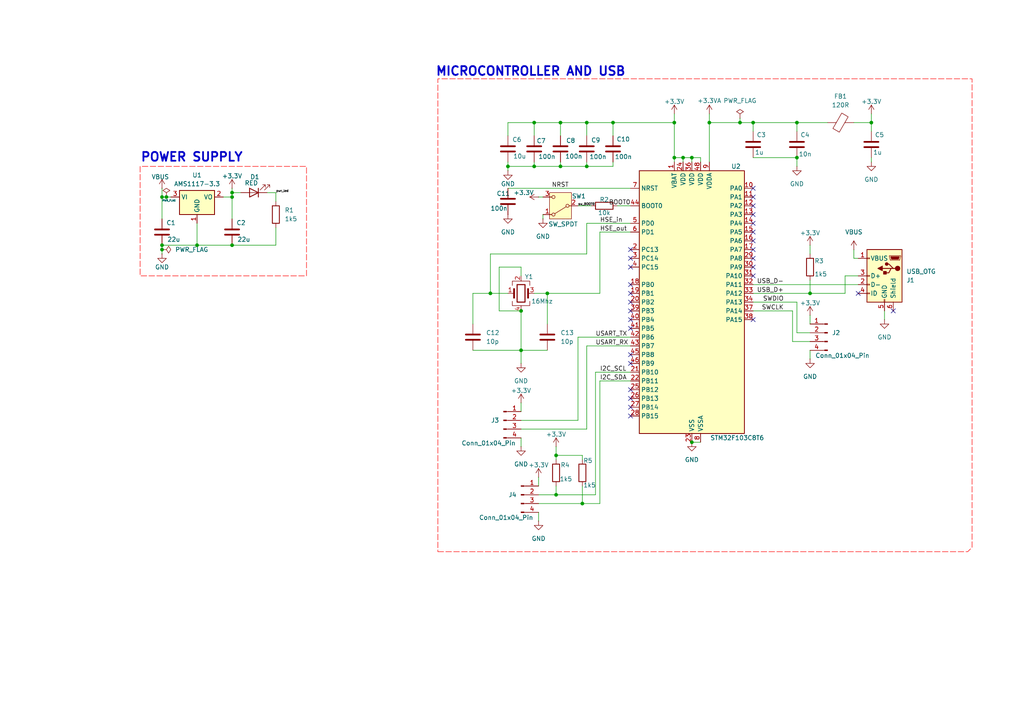
<source format=kicad_sch>
(kicad_sch (version 20250114) (generator "eeschema") (generator_version "9.0")
  (paper "A4")
  (title_block (title "My first stm pcb") (date "2025-08-09") (rev "0.1"))
  (lib_symbols
    (symbol "Connector:Conn_01x04_Pin" (pin_names (offset 1.016) (hide yes))
      (property "Reference" "J" (at 0 5.08 0))
      (property "Value" "Conn_01x04_Pin" (at 0 -7.62 0))
      (symbol "Conn_01x04_Pin_1_1"
        (rectangle (start 0.8636 2.667) (end 0 2.413) (stroke (width 0.1524)) (fill (type outline)))
        (rectangle (start 0.8636 0.127) (end 0 -0.127) (stroke (width 0.1524)) (fill (type outline)))
        (rectangle (start 0.8636 -2.413) (end 0 -2.667) (stroke (width 0.1524)) (fill (type outline)))
        (rectangle (start 0.8636 -4.953) (end 0 -5.207) (stroke (width 0.1524)) (fill (type outline)))
        (polyline (pts (xy 1.27 2.54) (xy 0.8636 2.54)) (stroke (width 0.1524)))
        (polyline (pts (xy 1.27 0) (xy 0.8636 0)) (stroke (width 0.1524)))
        (polyline (pts (xy 1.27 -2.54) (xy 0.8636 -2.54)) (stroke (width 0.1524)))
        (polyline (pts (xy 1.27 -5.08) (xy 0.8636 -5.08)) (stroke (width 0.1524)))
        (pin passive line (at 5.08 2.54 180) (length 3.81) (name "Pin_1") (number "1"))
        (pin passive line (at 5.08 0 180) (length 3.81) (name "Pin_2") (number "2"))
        (pin passive line (at 5.08 -2.54 180) (length 3.81) (name "Pin_3") (number "3"))
        (pin passive line (at 5.08 -5.08 180) (length 3.81) (name "Pin_4") (number "4"))
      )
    )
    (symbol "Connector:USB_OTG" (pin_names (offset 1.016))
      (property "Reference" "J" (at -5.08 11.43 0))
      (property "Value" "USB_OTG" (at -5.08 8.89 0))
      (symbol "USB_OTG_0_1"
        (rectangle (start -5.08 -7.62) (end 5.08 7.62) (stroke (width 0.254)) (fill (type background)))
        (polyline (pts (xy -4.699 5.842) (xy -4.699 5.588) (xy -4.445 4.826) (xy -4.445 4.572) (xy -1.651 4.572) (xy -1.651 4.826) (xy -1.397 5.588) (xy -1.397 5.842) (xy -4.699 5.842)))
        (polyline (pts (xy -4.318 5.588) (xy -1.778 5.588) (xy -2.032 4.826) (xy -4.064 4.826) (xy -4.318 5.588)) (fill (type outline)))
        (circle (center -3.81 2.159) (radius 0.635) (stroke (width 0.254)) (fill (type outline)))
        (polyline (pts (xy -3.175 2.159) (xy -2.54 2.159) (xy -1.27 3.429) (xy -0.635 3.429)) (stroke (width 0.254)))
        (polyline (pts (xy -2.54 2.159) (xy -1.905 2.159) (xy -1.27 0.889) (xy 0 0.889)) (stroke (width 0.254)))
        (polyline (pts (xy -1.905 2.159) (xy 0.635 2.159)) (stroke (width 0.254)))
        (circle (center -0.635 3.429) (radius 0.381) (stroke (width 0.254)) (fill (type outline)))
        (rectangle (start -0.127 -7.62) (end 0.127 -6.858))
        (rectangle (start 0.254 1.27) (end -0.508 0.508) (stroke (width 0.254)) (fill (type outline)))
        (polyline (pts (xy 0.635 2.794) (xy 0.635 1.524) (xy 1.905 2.159) (xy 0.635 2.794)) (stroke (width 0.254)) (fill (type outline)))
        (rectangle (start 5.08 4.953) (end 4.318 5.207))
        (rectangle (start 5.08 -0.127) (end 4.318 0.127))
        (rectangle (start 5.08 -2.667) (end 4.318 -2.413))
        (rectangle (start 5.08 -5.207) (end 4.318 -4.953))
      )
      (symbol "USB_OTG_1_1"
        (pin passive line (at -2.54 -10.16 90) (length 2.54) (name "Shield") (number "6"))
        (pin passive line (at 0 -10.16 90) (length 2.54) (name "GND") (number "5"))
        (pin passive line (at 7.62 5.08 180) (length 2.54) (name "VBUS") (number "1"))
        (pin bidirectional line (at 7.62 0 180) (length 2.54) (name "D+") (number "3"))
        (pin bidirectional line (at 7.62 -2.54 180) (length 2.54) (name "D-") (number "2"))
        (pin passive line (at 7.62 -5.08 180) (length 2.54) (name "ID") (number "4"))
      )
    )
    (symbol "Device:C" (pin_numbers (hide yes)) (pin_names (offset 0.254))
      (property "Reference" "C" (at 0.635 2.54 0))
      (property "Value" "C" (at 0.635 -2.54 0))
      (symbol "C_0_1"
        (polyline (pts (xy -2.032 0.762) (xy 2.032 0.762)) (stroke (width 0.508)))
        (polyline (pts (xy -2.032 -0.762) (xy 2.032 -0.762)) (stroke (width 0.508)))
      )
      (symbol "C_1_1"
        (pin passive line (at 0 3.81 270) (length 2.794) (name "~") (number "1"))
        (pin passive line (at 0 -3.81 90) (length 2.794) (name "~") (number "2"))
      )
    )
    (symbol "Device:Crystal_GND24" (pin_names (offset 1.016) (hide yes))
      (property "Reference" "Y" (at 3.175 5.08 0))
      (property "Value" "Crystal_GND24" (at 3.175 3.175 0))
      (symbol "Crystal_GND24_0_1"
        (polyline (pts (xy -2.54 2.286) (xy -2.54 3.556) (xy 2.54 3.556) (xy 2.54 2.286)))
        (polyline (pts (xy -2.54 0) (xy -2.032 0)))
        (polyline (pts (xy -2.54 -2.286) (xy -2.54 -3.556) (xy 2.54 -3.556) (xy 2.54 -2.286)))
        (polyline (pts (xy -2.032 -1.27) (xy -2.032 1.27)) (stroke (width 0.508)))
        (rectangle (start -1.143 2.54) (end 1.143 -2.54) (stroke (width 0.3048)))
        (polyline (pts (xy 0 3.556) (xy 0 3.81)))
        (polyline (pts (xy 0 -3.81) (xy 0 -3.556)))
        (polyline (pts (xy 2.032 0) (xy 2.54 0)))
        (polyline (pts (xy 2.032 -1.27) (xy 2.032 1.27)) (stroke (width 0.508)))
      )
      (symbol "Crystal_GND24_1_1"
        (pin passive line (at -3.81 0 0) (length 1.27) (name "1") (number "1"))
        (pin passive line (at 0 5.08 270) (length 1.27) (name "2") (number "2"))
        (pin passive line (at 0 -5.08 90) (length 1.27) (name "4") (number "4"))
        (pin passive line (at 3.81 0 180) (length 1.27) (name "3") (number "3"))
      )
    )
    (symbol "Device:FerriteBead" (pin_numbers (hide yes)) (pin_names (offset 0))
      (property "Reference" "FB" (at -3.81 0.635 90))
      (property "Value" "FerriteBead" (at 3.81 0 90))
      (symbol "FerriteBead_0_1"
        (polyline (pts (xy -2.7686 0.4064) (xy -1.7018 2.2606) (xy 2.7686 -0.3048) (xy 1.6764 -2.159) (xy -2.7686 0.4064)))
        (polyline (pts (xy 0 1.27) (xy 0 1.2954)))
        (polyline (pts (xy 0 -1.27) (xy 0 -1.2192)))
      )
      (symbol "FerriteBead_1_1"
        (pin passive line (at 0 3.81 270) (length 2.54) (name "~") (number "1"))
        (pin passive line (at 0 -3.81 90) (length 2.54) (name "~") (number "2"))
      )
    )
    (symbol "Device:LED" (pin_numbers (hide yes)) (pin_names (offset 1.016) (hide yes))
      (property "Reference" "D" (at 0 2.54 0))
      (property "Value" "LED" (at 0 -2.54 0))
      (symbol "LED_0_1"
        (polyline (pts (xy -3.048 -0.762) (xy -4.572 -2.286) (xy -3.81 -2.286) (xy -4.572 -2.286) (xy -4.572 -1.524)))
        (polyline (pts (xy -1.778 -0.762) (xy -3.302 -2.286) (xy -2.54 -2.286) (xy -3.302 -2.286) (xy -3.302 -1.524)))
        (polyline (pts (xy -1.27 0) (xy 1.27 0)))
        (polyline (pts (xy -1.27 -1.27) (xy -1.27 1.27)) (stroke (width 0.254)))
        (polyline (pts (xy 1.27 -1.27) (xy 1.27 1.27) (xy -1.27 0) (xy 1.27 -1.27)) (stroke (width 0.254)))
      )
      (symbol "LED_1_1"
        (pin passive line (at -3.81 0 0) (length 2.54) (name "K") (number "1"))
        (pin passive line (at 3.81 0 180) (length 2.54) (name "A") (number "2"))
      )
    )
    (symbol "Device:R" (pin_numbers (hide yes)) (pin_names (offset 0))
      (property "Reference" "R" (at 2.032 0 90))
      (property "Value" "R" (at 0 0 90))
      (symbol "R_0_1"
        (rectangle (start -1.016 -2.54) (end 1.016 2.54) (stroke (width 0.254)))
      )
      (symbol "R_1_1"
        (pin passive line (at 0 3.81 270) (length 1.27) (name "~") (number "1"))
        (pin passive line (at 0 -3.81 90) (length 1.27) (name "~") (number "2"))
      )
    )
    (symbol "MCU_ST_STM32F1:STM32F103C8Tx"
      (property "Reference" "U" (at -15.24 39.37 0))
      (property "Value" "STM32F103C8Tx" (at 7.62 39.37 0))
      (symbol "STM32F103C8Tx_0_1"
        (rectangle (start -15.24 -38.1) (end 15.24 38.1) (stroke (width 0.254)) (fill (type background)))
      )
      (symbol "STM32F103C8Tx_1_1"
        (pin input line (at -17.78 33.02 0) (length 2.54) (name "NRST") (number "7"))
        (pin input line (at -17.78 27.94 0) (length 2.54) (name "BOOT0") (number "44"))
        (pin bidirectional line (at -17.78 22.86 0) (length 2.54) (name "PD0") (number "5"))
        (pin bidirectional line (at -17.78 20.32 0) (length 2.54) (name "PD1") (number "6"))
        (pin bidirectional line (at -17.78 15.24 0) (length 2.54) (name "PC13") (number "2"))
        (pin bidirectional line (at -17.78 12.7 0) (length 2.54) (name "PC14") (number "3"))
        (pin bidirectional line (at -17.78 10.16 0) (length 2.54) (name "PC15") (number "4"))
        (pin bidirectional line (at -17.78 5.08 0) (length 2.54) (name "PB0") (number "18"))
        (pin bidirectional line (at -17.78 2.54 0) (length 2.54) (name "PB1") (number "19"))
        (pin bidirectional line (at -17.78 0 0) (length 2.54) (name "PB2") (number "20"))
        (pin bidirectional line (at -17.78 -2.54 0) (length 2.54) (name "PB3") (number "39"))
        (pin bidirectional line (at -17.78 -5.08 0) (length 2.54) (name "PB4") (number "40"))
        (pin bidirectional line (at -17.78 -7.62 0) (length 2.54) (name "PB5") (number "41"))
        (pin bidirectional line (at -17.78 -10.16 0) (length 2.54) (name "PB6") (number "42"))
        (pin bidirectional line (at -17.78 -12.7 0) (length 2.54) (name "PB7") (number "43"))
        (pin bidirectional line (at -17.78 -15.24 0) (length 2.54) (name "PB8") (number "45"))
        (pin bidirectional line (at -17.78 -17.78 0) (length 2.54) (name "PB9") (number "46"))
        (pin bidirectional line (at -17.78 -20.32 0) (length 2.54) (name "PB10") (number "21"))
        (pin bidirectional line (at -17.78 -22.86 0) (length 2.54) (name "PB11") (number "22"))
        (pin bidirectional line (at -17.78 -25.4 0) (length 2.54) (name "PB12") (number "25"))
        (pin bidirectional line (at -17.78 -27.94 0) (length 2.54) (name "PB13") (number "26"))
        (pin bidirectional line (at -17.78 -30.48 0) (length 2.54) (name "PB14") (number "27"))
        (pin bidirectional line (at -17.78 -33.02 0) (length 2.54) (name "PB15") (number "28"))
        (pin power_in line (at -5.08 40.64 270) (length 2.54) (name "VBAT") (number "1"))
        (pin power_in line (at -2.54 40.64 270) (length 2.54) (name "VDD") (number "24"))
        (pin power_in line (at 0 40.64 270) (length 2.54) (name "VDD") (number "36"))
        (pin power_in line (at 0 -40.64 90) (length 2.54) (name "VSS") (number "23"))
        (pin passive line (at 0 -40.64 90) (length 2.54) (hide yes) (name "VSS") (number "35"))
        (pin passive line (at 0 -40.64 90) (length 2.54) (hide yes) (name "VSS") (number "47"))
        (pin power_in line (at 2.54 40.64 270) (length 2.54) (name "VDD") (number "48"))
        (pin power_in line (at 2.54 -40.64 90) (length 2.54) (name "VSSA") (number "8"))
        (pin power_in line (at 5.08 40.64 270) (length 2.54) (name "VDDA") (number "9"))
        (pin bidirectional line (at 17.78 33.02 180) (length 2.54) (name "PA0") (number "10"))
        (pin bidirectional line (at 17.78 30.48 180) (length 2.54) (name "PA1") (number "11"))
        (pin bidirectional line (at 17.78 27.94 180) (length 2.54) (name "PA2") (number "12"))
        (pin bidirectional line (at 17.78 25.4 180) (length 2.54) (name "PA3") (number "13"))
        (pin bidirectional line (at 17.78 22.86 180) (length 2.54) (name "PA4") (number "14"))
        (pin bidirectional line (at 17.78 20.32 180) (length 2.54) (name "PA5") (number "15"))
        (pin bidirectional line (at 17.78 17.78 180) (length 2.54) (name "PA6") (number "16"))
        (pin bidirectional line (at 17.78 15.24 180) (length 2.54) (name "PA7") (number "17"))
        (pin bidirectional line (at 17.78 12.7 180) (length 2.54) (name "PA8") (number "29"))
        (pin bidirectional line (at 17.78 10.16 180) (length 2.54) (name "PA9") (number "30"))
        (pin bidirectional line (at 17.78 7.62 180) (length 2.54) (name "PA10") (number "31"))
        (pin bidirectional line (at 17.78 5.08 180) (length 2.54) (name "PA11") (number "32"))
        (pin bidirectional line (at 17.78 2.54 180) (length 2.54) (name "PA12") (number "33"))
        (pin bidirectional line (at 17.78 0 180) (length 2.54) (name "PA13") (number "34"))
        (pin bidirectional line (at 17.78 -2.54 180) (length 2.54) (name "PA14") (number "37"))
        (pin bidirectional line (at 17.78 -5.08 180) (length 2.54) (name "PA15") (number "38"))
      )
    )
    (symbol "Regulator_Linear:AMS1117-3.3"
      (property "Reference" "U" (at -3.81 3.175 0))
      (property "Value" "AMS1117-3.3" (at 0 3.175 0))
      (symbol "AMS1117-3.3_0_1"
        (rectangle (start -5.08 -5.08) (end 5.08 1.905) (stroke (width 0.254)) (fill (type background)))
      )
      (symbol "AMS1117-3.3_1_1"
        (pin power_in line (at -7.62 0 0) (length 2.54) (name "VI") (number "3"))
        (pin power_in line (at 0 -7.62 90) (length 2.54) (name "GND") (number "1"))
        (pin power_out line (at 7.62 0 180) (length 2.54) (name "VO") (number "2"))
      )
    )
    (symbol "Switch:SW_SPDT" (pin_names (offset 0) (hide yes))
      (property "Reference" "SW" (at 0 5.08 0))
      (property "Value" "SW_SPDT" (at 0 -5.08 0))
      (symbol "SW_SPDT_0_1"
        (circle (center -2.032 0) (radius 0.4572))
        (polyline (pts (xy -1.651 0.254) (xy 1.651 2.286)))
        (circle (center 2.032 2.54) (radius 0.4572))
        (circle (center 2.032 -2.54) (radius 0.4572))
      )
      (symbol "SW_SPDT_1_1"
        (rectangle (start -3.175 3.81) (end 3.175 -3.81) (fill (type background)))
        (pin passive line (at -5.08 0 0) (length 2.54) (name "B") (number "2"))
        (pin passive line (at 5.08 2.54 180) (length 2.54) (name "A") (number "1"))
        (pin passive line (at 5.08 -2.54 180) (length 2.54) (name "C") (number "3"))
      )
    )
    (symbol "power:+3.3V" (power) (pin_numbers (hide yes)) (pin_names (offset 0) (hide yes))
      (property "Value" "+3.3V" (at 0 3.556 0))
      (symbol "+3.3V_0_1"
        (polyline (pts (xy -0.762 1.27) (xy 0 2.54)))
        (polyline (pts (xy 0 2.54) (xy 0.762 1.27)))
        (polyline (pts (xy 0 0) (xy 0 2.54)))
      )
      (symbol "+3.3V_1_1"
        (pin power_in line (at 0 0 90) (length 0) (name "~") (number "1"))
      )
    )
    (symbol "power:+3.3VA" (power) (pin_numbers (hide yes)) (pin_names (offset 0) (hide yes))
      (property "Value" "+3.3VA" (at 0 3.556 0))
      (symbol "+3.3VA_0_1"
        (polyline (pts (xy -0.762 1.27) (xy 0 2.54)))
        (polyline (pts (xy 0 2.54) (xy 0.762 1.27)))
        (polyline (pts (xy 0 0) (xy 0 2.54)))
      )
      (symbol "+3.3VA_1_1"
        (pin power_in line (at 0 0 90) (length 0) (name "~") (number "1"))
      )
    )
    (symbol "power:GND" (power) (pin_numbers (hide yes)) (pin_names (offset 0) (hide yes))
      (property "Value" "GND" (at 0 -3.81 0))
      (symbol "GND_0_1"
        (polyline (pts (xy 0 0) (xy 0 -1.27) (xy 1.27 -1.27) (xy 0 -2.54) (xy -1.27 -1.27) (xy 0 -1.27)))
      )
      (symbol "GND_1_1"
        (pin power_in line (at 0 0 270) (length 0) (name "~") (number "1"))
      )
    )
    (symbol "power:PWR_FLAG" (power) (pin_numbers (hide yes)) (pin_names (offset 0) (hide yes))
      (property "Value" "PWR_FLAG" (at 0 3.81 0))
      (symbol "PWR_FLAG_0_0"
        (pin power_out line (at 0 0 90) (length 0) (name "~") (number "1"))
      )
      (symbol "PWR_FLAG_0_1"
        (polyline (pts (xy 0 0) (xy 0 1.27) (xy -1.016 1.905) (xy 0 2.54) (xy 1.016 1.905) (xy 0 1.27)))
      )
    )
    (symbol "power:VBUS" (power) (pin_numbers (hide yes)) (pin_names (offset 0) (hide yes))
      (property "Value" "VBUS" (at 0 3.556 0))
      (symbol "VBUS_0_1"
        (polyline (pts (xy -0.762 1.27) (xy 0 2.54)))
        (polyline (pts (xy 0 2.54) (xy 0.762 1.27)))
        (polyline (pts (xy 0 0) (xy 0 2.54)))
      )
      (symbol "VBUS_1_1"
        (pin power_in line (at 0 0 90) (length 0) (name "~") (number "1"))
      )
    )
  )
  (text "POWER SUPPLY" (at 55.626 45.72 0) (effects (font (size 2.54 2.54) (thickness 0.508) (bold yes))))
  (text "MICROCONTROLLER AND USB" (at 153.924 20.828 0) (effects (font (size 2.54 2.54) (thickness 0.508) (bold yes))))
  (junction (at 195.58 35.56))
  (junction (at 198.12 45.72))
  (junction (at 46.99 72.39))
  (junction (at 168.91 146.05))
  (junction (at 218.44 35.56))
  (junction (at 161.29 143.51))
  (junction (at 46.99 71.12))
  (junction (at 57.15 71.12))
  (junction (at 231.14 35.56))
  (junction (at 67.31 57.15))
  (junction (at 200.66 45.72))
  (junction (at 170.18 35.56))
  (junction (at 158.75 85.09))
  (junction (at 154.94 48.26))
  (junction (at 252.73 35.56))
  (junction (at 147.32 48.26))
  (junction (at 162.56 48.26))
  (junction (at 151.13 90.17))
  (junction (at 162.56 35.56))
  (junction (at 177.8 35.56))
  (junction (at 231.14 45.72))
  (junction (at 161.29 132.08))
  (junction (at 234.95 85.09))
  (junction (at 205.74 35.56))
  (junction (at 154.94 35.56))
  (junction (at 214.63 35.56))
  (junction (at 48.26 57.15))
  (junction (at 170.18 48.26))
  (junction (at 142.24 85.09))
  (junction (at 195.58 45.72))
  (junction (at 46.99 57.15))
  (junction (at 67.31 71.12))
  (junction (at 67.31 55.88))
  (junction (at 151.13 101.6))
  (junction (at 200.66 128.27))
  (no_connect (at 182.88 92.71))
  (no_connect (at 182.88 74.93))
  (no_connect (at 182.88 118.11))
  (no_connect (at 182.88 95.25))
  (no_connect (at 218.44 92.71))
  (no_connect (at 248.92 85.09))
  (no_connect (at 218.44 69.85))
  (no_connect (at 182.88 105.41))
  (no_connect (at 182.88 72.39))
  (no_connect (at 218.44 62.23))
  (no_connect (at 218.44 64.77))
  (no_connect (at 218.44 80.01))
  (no_connect (at 182.88 113.03))
  (no_connect (at 259.08 90.17))
  (no_connect (at 218.44 77.47))
  (no_connect (at 218.44 54.61))
  (no_connect (at 218.44 67.31))
  (no_connect (at 218.44 74.93))
  (no_connect (at 182.88 120.65))
  (no_connect (at 218.44 57.15))
  (no_connect (at 182.88 102.87))
  (no_connect (at 182.88 87.63))
  (no_connect (at 182.88 82.55))
  (no_connect (at 182.88 77.47))
  (no_connect (at 182.88 85.09))
  (no_connect (at 218.44 59.69))
  (no_connect (at 182.88 115.57))
  (no_connect (at 218.44 72.39))
  (no_connect (at 182.88 90.17))
  (wire (pts (xy 67.31 55.88) (xy 67.31 57.15)))
  (wire (pts (xy 151.13 80.01) (xy 151.13 77.47)))
  (wire (pts (xy 80.01 55.88) (xy 77.47 55.88)))
  (wire (pts (xy 144.78 90.17) (xy 151.13 90.17)))
  (wire (pts (xy 173.99 110.49) (xy 182.88 110.49)))
  (wire (pts (xy 170.18 124.46) (xy 151.13 124.46)))
  (wire (pts (xy 234.95 91.44) (xy 234.95 93.98)))
  (wire (pts (xy 173.99 85.09) (xy 173.99 67.31)))
  (wire (pts (xy 234.95 71.12) (xy 234.95 73.66)))
  (wire (pts (xy 147.32 46.99) (xy 147.32 48.26)))
  (wire (pts (xy 247.65 74.93) (xy 247.65 72.39)))
  (wire (pts (xy 245.11 80.01) (xy 248.92 80.01)))
  (wire (pts (xy 156.21 138.43) (xy 156.21 140.97)))
  (wire (pts (xy 252.73 45.72) (xy 252.73 46.99)))
  (wire (pts (xy 231.14 48.26) (xy 231.14 45.72)))
  (wire (pts (xy 231.14 35.56) (xy 231.14 38.1)))
  (wire (pts (xy 231.14 35.56) (xy 240.03 35.56)))
  (wire (pts (xy 170.18 35.56) (xy 177.8 35.56)))
  (wire (pts (xy 247.65 35.56) (xy 252.73 35.56)))
  (wire (pts (xy 162.56 35.56) (xy 170.18 35.56)))
  (wire (pts (xy 167.64 121.92) (xy 167.64 97.79)))
  (wire (pts (xy 168.91 132.08) (xy 168.91 133.35)))
  (wire (pts (xy 67.31 63.5) (xy 67.31 57.15)))
  (wire (pts (xy 231.14 96.52) (xy 234.95 96.52)))
  (wire (pts (xy 234.95 85.09) (xy 245.11 85.09)))
  (wire (pts (xy 245.11 85.09) (xy 245.11 80.01)))
  (wire (pts (xy 177.8 48.26) (xy 177.8 46.99)))
  (wire (pts (xy 234.95 81.28) (xy 234.95 85.09)))
  (wire (pts (xy 214.63 34.29) (xy 214.63 35.56)))
  (wire (pts (xy 231.14 87.63) (xy 231.14 96.52)))
  (wire (pts (xy 57.15 71.12) (xy 67.31 71.12)))
  (wire (pts (xy 173.99 67.31) (xy 182.88 67.31)))
  (wire (pts (xy 147.32 39.37) (xy 147.32 35.56)))
  (wire (pts (xy 147.32 35.56) (xy 154.94 35.56)))
  (wire (pts (xy 158.75 85.09) (xy 158.75 93.98)))
  (wire (pts (xy 203.2 45.72) (xy 203.2 46.99)))
  (wire (pts (xy 198.12 45.72) (xy 198.12 46.99)))
  (wire (pts (xy 142.24 73.66) (xy 142.24 85.09)))
  (wire (pts (xy 200.66 128.27) (xy 203.2 128.27)))
  (wire (pts (xy 80.01 71.12) (xy 67.31 71.12)))
  (wire (pts (xy 48.26 57.15) (xy 46.99 57.15)))
  (wire (pts (xy 162.56 48.26) (xy 170.18 48.26)))
  (wire (pts (xy 200.66 45.72) (xy 200.66 46.99)))
  (wire (pts (xy 198.12 45.72) (xy 200.66 45.72)))
  (wire (pts (xy 256.54 90.17) (xy 256.54 92.71)))
  (wire (pts (xy 162.56 46.99) (xy 162.56 48.26)))
  (wire (pts (xy 46.99 71.12) (xy 57.15 71.12)))
  (wire (pts (xy 161.29 132.08) (xy 168.91 132.08)))
  (wire (pts (xy 172.72 107.95) (xy 182.88 107.95)))
  (wire (pts (xy 67.31 57.15) (xy 64.77 57.15)))
  (wire (pts (xy 200.66 45.72) (xy 203.2 45.72)))
  (wire (pts (xy 218.44 87.63) (xy 231.14 87.63)))
  (wire (pts (xy 154.94 48.26) (xy 162.56 48.26)))
  (wire (pts (xy 154.94 35.56) (xy 154.94 39.37)))
  (wire (pts (xy 142.24 85.09) (xy 147.32 85.09)))
  (wire (pts (xy 229.87 90.17) (xy 229.87 99.06)))
  (wire (pts (xy 49.53 57.15) (xy 48.26 57.15)))
  (wire (pts (xy 179.07 59.69) (xy 182.88 59.69)))
  (wire (pts (xy 151.13 77.47) (xy 144.78 77.47)))
  (wire (pts (xy 195.58 45.72) (xy 195.58 46.99)))
  (wire (pts (xy 67.31 54.61) (xy 67.31 55.88)))
  (wire (pts (xy 156.21 143.51) (xy 161.29 143.51)))
  (wire (pts (xy 157.48 62.23) (xy 157.48 63.5)))
  (wire (pts (xy 218.44 45.72) (xy 231.14 45.72)))
  (wire (pts (xy 46.99 54.61) (xy 46.99 57.15)))
  (wire (pts (xy 167.64 59.69) (xy 171.45 59.69)))
  (wire (pts (xy 170.18 73.66) (xy 142.24 73.66)))
  (wire (pts (xy 147.32 54.61) (xy 182.88 54.61)))
  (wire (pts (xy 229.87 99.06) (xy 234.95 99.06)))
  (wire (pts (xy 161.29 140.97) (xy 161.29 143.51)))
  (wire (pts (xy 234.95 101.6) (xy 234.95 104.14)))
  (wire (pts (xy 167.64 97.79) (xy 182.88 97.79)))
  (wire (pts (xy 170.18 35.56) (xy 170.18 39.37)))
  (wire (pts (xy 205.74 46.99) (xy 205.74 35.56)))
  (wire (pts (xy 177.8 35.56) (xy 195.58 35.56)))
  (wire (pts (xy 154.94 35.56) (xy 162.56 35.56)))
  (wire (pts (xy 80.01 66.04) (xy 80.01 71.12)))
  (wire (pts (xy 214.63 35.56) (xy 218.44 35.56)))
  (wire (pts (xy 205.74 33.02) (xy 205.74 35.56)))
  (wire (pts (xy 154.94 85.09) (xy 158.75 85.09)))
  (wire (pts (xy 156.21 57.15) (xy 157.48 57.15)))
  (wire (pts (xy 57.15 64.77) (xy 57.15 71.12)))
  (wire (pts (xy 151.13 121.92) (xy 167.64 121.92)))
  (wire (pts (xy 173.99 146.05) (xy 173.99 110.49)))
  (wire (pts (xy 46.99 71.12) (xy 46.99 72.39)))
  (wire (pts (xy 195.58 35.56) (xy 195.58 45.72)))
  (wire (pts (xy 170.18 100.33) (xy 182.88 100.33)))
  (wire (pts (xy 170.18 64.77) (xy 170.18 73.66)))
  (wire (pts (xy 218.44 85.09) (xy 234.95 85.09)))
  (wire (pts (xy 67.31 55.88) (xy 69.85 55.88)))
  (wire (pts (xy 137.16 93.98) (xy 137.16 85.09)))
  (wire (pts (xy 162.56 35.56) (xy 162.56 39.37)))
  (wire (pts (xy 46.99 72.39) (xy 46.99 73.66)))
  (wire (pts (xy 147.32 48.26) (xy 154.94 48.26)))
  (wire (pts (xy 46.99 57.15) (xy 46.99 63.5)))
  (wire (pts (xy 177.8 35.56) (xy 177.8 39.37)))
  (wire (pts (xy 137.16 101.6) (xy 151.13 101.6)))
  (wire (pts (xy 218.44 82.55) (xy 248.92 82.55)))
  (wire (pts (xy 218.44 90.17) (xy 229.87 90.17)))
  (wire (pts (xy 154.94 46.99) (xy 154.94 48.26)))
  (wire (pts (xy 168.91 140.97) (xy 168.91 146.05)))
  (wire (pts (xy 168.91 146.05) (xy 173.99 146.05)))
  (wire (pts (xy 80.01 58.42) (xy 80.01 55.88)))
  (wire (pts (xy 147.32 48.26) (xy 147.32 49.53)))
  (wire (pts (xy 151.13 101.6) (xy 151.13 90.17)))
  (wire (pts (xy 170.18 48.26) (xy 177.8 48.26)))
  (wire (pts (xy 195.58 45.72) (xy 198.12 45.72)))
  (wire (pts (xy 151.13 101.6) (xy 158.75 101.6)))
  (wire (pts (xy 156.21 148.59) (xy 156.21 151.13)))
  (wire (pts (xy 161.29 133.35) (xy 161.29 132.08)))
  (wire (pts (xy 161.29 129.54) (xy 161.29 132.08)))
  (wire (pts (xy 170.18 64.77) (xy 182.88 64.77)))
  (wire (pts (xy 252.73 33.02) (xy 252.73 35.56)))
  (wire (pts (xy 231.14 35.56) (xy 218.44 35.56)))
  (wire (pts (xy 218.44 38.1) (xy 218.44 35.56)))
  (wire (pts (xy 205.74 35.56) (xy 214.63 35.56)))
  (wire (pts (xy 248.92 74.93) (xy 247.65 74.93)))
  (wire (pts (xy 170.18 100.33) (xy 170.18 124.46)))
  (wire (pts (xy 151.13 101.6) (xy 151.13 105.41)))
  (wire (pts (xy 156.21 146.05) (xy 168.91 146.05)))
  (wire (pts (xy 161.29 143.51) (xy 172.72 143.51)))
  (wire (pts (xy 172.72 143.51) (xy 172.72 107.95)))
  (wire (pts (xy 195.58 33.02) (xy 195.58 35.56)))
  (wire (pts (xy 158.75 85.09) (xy 173.99 85.09)))
  (wire (pts (xy 170.18 46.99) (xy 170.18 48.26)))
  (wire (pts (xy 137.16 85.09) (xy 142.24 85.09)))
  (wire (pts (xy 252.73 38.1) (xy 252.73 35.56)))
  (wire (pts (xy 151.13 116.84) (xy 151.13 119.38)))
  (wire (pts (xy 151.13 127) (xy 151.13 129.54)))
  (wire (pts (xy 144.78 77.47) (xy 144.78 90.17)))
  (label "USART_RX" (at 172.72 100.33 0))
  (label "NRST" (at 160.02 54.61 0))
  (label "I2C_SCL" (at 173.99 107.95 0))
  (label "USB_D-" (at 227.33 82.55 180))
  (label "HSE_out" (at 173.99 67.31 0))
  (label "HSE_in" (at 173.99 64.77 0))
  (label "BOOT0" (at 182.88 59.69 180))
  (label "I2C_SDA" (at 173.99 110.49 0))
  (label "USART_TX" (at 172.72 97.79 0))
  (label "SWCLK" (at 227.33 90.17 180))
  (label "SWDIO" (at 227.33 87.63 180))
  (label "sw_BOOT0" (at 167.64 59.69 0) (effects (font (size 0.635 0.635))))
  (label "pwr_led" (at 80.01 55.88 0) (effects (font (size 0.635 0.635))))
  (label "USB_D+" (at 227.33 85.09 180))
  (rule_area (polyline (pts (xy 127 160.02) (xy 280.67 160.02) (xy 281.94 158.75) (xy 281.94 22.86) (xy 127 22.86)) (stroke (width 0) (type dash))))
  (rule_area (polyline (pts (xy 40.64 48.26) (xy 40.64 80.01) (xy 88.9 80.01) (xy 88.9 48.26)) (stroke (width 0) (type dash))))
  (symbol (lib_id "Connector:Conn_01x04_Pin") (at 146.05 121.92 0) (unit 1)
    (property "Reference" "J3" (at 144.78 121.9199 0) (effects (justify right)))
    (property "Value" "Conn_01x04_Pin" (at 149.606 128.524 0) (effects (justify right)))
    (property "Footprint" "Connector_PinHeader_1.00mm:PinHeader_1x04_P1.00mm_Vertical" (effects (hide yes)))
    (property "Description" "Generic connector, single row, 01x04, script generated" (effects (hide yes)))
  )
  (symbol (lib_id "power:VBUS") (at 46.99 54.61 0) (unit 1)
    (property "Reference" "#PWR01" (effects (hide yes)))
    (property "Value" "VBUS" (at 46.482 51.308 0))
    (property "Description" "Power symbol creates a global label with name \"VBUS\"" (effects (hide yes)))
  )
  (symbol (lib_id "Device:C") (at 231.14 41.91 0) (unit 1)
    (property "Reference" "C4" (at 232.156 39.116 0) (effects (justify left)))
    (property "Value" "10n" (at 231.648 44.704 0) (effects (justify left)))
    (property "Footprint" "Capacitor_SMD:C_0402_1005Metric" (effects (hide yes)))
    (property "Description" "Unpolarized capacitor" (effects (hide yes)))
  )
  (symbol (lib_id "power:GND") (at 256.54 92.71 0) (unit 1)
    (property "Reference" "#PWR016" (effects (hide yes)))
    (property "Value" "GND" (at 256.54 97.79 0))
    (property "Description" "Power symbol creates a global label with name \"GND\" , ground" (effects (hide yes)))
  )
  (symbol (lib_id "Device:C") (at 158.75 97.79 0) (unit 1)
    (property "Reference" "C13" (at 162.56 96.5199 0) (effects (justify left)))
    (property "Value" "10p" (at 162.56 99.0599 0) (effects (justify left)))
    (property "Footprint" "Capacitor_SMD:C_0402_1005Metric" (effects (hide yes)))
    (property "Description" "Unpolarized capacitor" (effects (hide yes)))
  )
  (symbol (lib_id "power:GND") (at 234.95 104.14 0) (unit 1)
    (property "Reference" "#PWR017" (effects (hide yes)))
    (property "Value" "GND" (at 234.95 109.22 0))
    (property "Description" "Power symbol creates a global label with name \"GND\" , ground" (effects (hide yes)))
  )
  (symbol (lib_id "power:VBUS") (at 247.65 72.39 0) (unit 1)
    (property "Reference" "#PWR014" (effects (hide yes)))
    (property "Value" "VBUS" (at 247.65 67.31 0))
    (property "Description" "Power symbol creates a global label with name \"VBUS\"" (effects (hide yes)))
  )
  (symbol (lib_id "power:+3.3V") (at 234.95 71.12 0) (unit 1)
    (property "Reference" "#PWR013" (effects (hide yes)))
    (property "Value" "+3.3V" (at 234.95 67.564 0))
    (property "Description" "Power symbol creates a global label with name \"+3.3V\"" (effects (hide yes)))
  )
  (symbol (lib_id "Device:LED") (at 73.66 55.88 180) (unit 1)
    (property "Reference" "D1" (at 73.914 51.308 0))
    (property "Value" "RED" (at 72.898 53.086 0))
    (property "Footprint" "LED_SMD:LED_0603_1608Metric" (effects (hide yes)))
    (property "Description" "Light emitting diode" (effects (hide yes)))
    (property "Sim.Pins" "1=K 2=A" (effects (hide yes)))
  )
  (symbol (lib_id "power:GND") (at 200.66 128.27 0) (unit 1)
    (property "Reference" "#PWR020" (effects (hide yes)))
    (property "Value" "GND" (at 200.66 133.35 0))
    (property "Description" "Power symbol creates a global label with name \"GND\" , ground" (effects (hide yes)))
  )
  (symbol (lib_id "power:GND") (at 147.32 49.53 0) (unit 1)
    (property "Reference" "#PWR09" (effects (hide yes)))
    (property "Value" "GND" (at 147.32 53.34 0))
    (property "Description" "Power symbol creates a global label with name \"GND\" , ground" (effects (hide yes)))
  )
  (symbol (lib_id "Device:C") (at 218.44 41.91 0) (unit 1)
    (property "Reference" "C3" (at 219.456 39.116 0) (effects (justify left)))
    (property "Value" "1u" (at 218.948 44.196 0) (effects (justify left)))
    (property "Footprint" "Capacitor_SMD:C_0402_1005Metric" (effects (hide yes)))
    (property "Description" "Unpolarized capacitor" (effects (hide yes)))
  )
  (symbol (lib_id "power:PWR_FLAG") (at 214.63 34.29 0) (unit 1)
    (property "Reference" "#FLG01" (effects (hide yes)))
    (property "Value" "PWR_FLAG" (at 214.63 29.21 0))
    (property "Description" "Special symbol for telling ERC where power comes from" (effects (hide yes)))
  )
  (symbol (lib_id "Device:C") (at 147.32 43.18 0) (unit 1)
    (property "Reference" "C6" (at 148.5791 40.4946 0) (effects (justify left)))
    (property "Value" "10u" (at 148.8331 45.3206 0) (effects (justify left)))
    (property "Footprint" "Capacitor_SMD:C_0603_1608Metric" (effects (hide yes)))
    (property "Description" "Unpolarized capacitor" (effects (hide yes)))
  )
  (symbol (lib_id "Device:R") (at 175.26 59.69 90) (unit 1)
    (property "Reference" "R2" (at 175.26 57.912 90))
    (property "Value" "10k" (at 175.26 61.722 90))
    (property "Footprint" "Resistor_SMD:R_0402_1005Metric" (effects (hide yes)))
    (property "Description" "Resistor" (effects (hide yes)))
  )
  (symbol (lib_id "Device:C") (at 46.99 67.31 0) (unit 1)
    (property "Reference" "C1" (at 48.2491 64.6246 0) (effects (justify left)))
    (property "Value" "22u" (at 48.5031 69.4506 0) (effects (justify left)))
    (property "Footprint" "Capacitor_SMD:C_0805_2012Metric" (effects (hide yes)))
    (property "Description" "Unpolarized capacitor" (effects (hide yes)))
  )
  (symbol (lib_id "power:GND") (at 156.21 151.13 0) (mirror y) (unit 1)
    (property "Reference" "#PWR024" (effects (hide yes)))
    (property "Value" "GND" (at 156.21 156.21 0))
    (property "Description" "Power symbol creates a global label with name \"GND\" , ground" (effects (hide yes)))
  )
  (symbol (lib_id "Connector:Conn_01x04_Pin") (at 240.03 96.52 0) (mirror y) (unit 1)
    (property "Reference" "J2" (at 241.3 96.5199 0) (effects (justify right)))
    (property "Value" "Conn_01x04_Pin" (at 236.474 103.124 0) (effects (justify right)))
    (property "Footprint" "Connector_PinHeader_1.00mm:PinHeader_1x04_P1.00mm_Vertical" (effects (hide yes)))
    (property "Description" "Generic connector, single row, 01x04, script generated" (effects (hide yes)))
  )
  (symbol (lib_id "power:GND") (at 151.13 129.54 0) (mirror y) (unit 1)
    (property "Reference" "#PWR021" (effects (hide yes)))
    (property "Value" "GND" (at 151.13 134.62 0))
    (property "Description" "Power symbol creates a global label with name \"GND\" , ground" (effects (hide yes)))
  )
  (symbol (lib_id "Device:C") (at 154.94 43.18 0) (unit 1)
    (property "Reference" "C7" (at 155.6185 40.8507 0) (effects (justify left)))
    (property "Value" "100n" (at 156.1265 45.4227 0) (effects (justify left)))
    (property "Footprint" "Capacitor_SMD:C_0402_1005Metric" (effects (hide yes)))
    (property "Description" "Unpolarized capacitor" (effects (hide yes)))
  )
  (symbol (lib_id "power:+3.3V") (at 161.29 129.54 0) (mirror y) (unit 1)
    (property "Reference" "#PWR022" (effects (hide yes)))
    (property "Value" "+3.3V" (at 161.29 125.984 0))
    (property "Description" "Power symbol creates a global label with name \"+3.3V\"" (effects (hide yes)))
  )
  (symbol (lib_id "power:GND") (at 147.32 62.23 0) (unit 1)
    (property "Reference" "#PWR011" (effects (hide yes)))
    (property "Value" "GND" (at 147.32 67.31 0))
    (property "Description" "Power symbol creates a global label with name \"GND\" , ground" (effects (hide yes)))
  )
  (symbol (lib_id "power:GND") (at 157.48 63.5 0) (unit 1)
    (property "Reference" "#PWR012" (effects (hide yes)))
    (property "Value" "GND" (at 157.48 68.58 0))
    (property "Description" "Power symbol creates a global label with name \"GND\" , ground" (effects (hide yes)))
  )
  (symbol (lib_id "Device:C") (at 137.16 97.79 0) (unit 1)
    (property "Reference" "C12" (at 140.97 96.5199 0) (effects (justify left)))
    (property "Value" "10p" (at 140.97 99.0599 0) (effects (justify left)))
    (property "Footprint" "Capacitor_SMD:C_0402_1005Metric" (effects (hide yes)))
    (property "Description" "Unpolarized capacitor" (effects (hide yes)))
  )
  (symbol (lib_id "power:+3.3V") (at 156.21 138.43 0) (mirror y) (unit 1)
    (property "Reference" "#PWR023" (effects (hide yes)))
    (property "Value" "+3.3V" (at 156.21 134.874 0))
    (property "Description" "Power symbol creates a global label with name \"+3.3V\"" (effects (hide yes)))
  )
  (symbol (lib_id "power:+3.3V") (at 195.58 33.02 0) (unit 1)
    (property "Reference" "#PWR03" (effects (hide yes)))
    (property "Value" "+3.3V" (at 195.58 29.464 0))
    (property "Description" "Power symbol creates a global label with name \"+3.3V\"" (effects (hide yes)))
  )
  (symbol (lib_id "MCU_ST_STM32F1:STM32F103C8Tx") (at 200.66 87.63 0) (unit 1)
    (property "Reference" "U2" (at 212.09 48.26 0) (effects (justify left)))
    (property "Value" "STM32F103C8T6" (at 205.994 127 0) (effects (justify left)))
    (property "Footprint" "Package_QFP:LQFP-48_7x7mm_P0.5mm" (effects (hide yes)))
    (property "Datasheet" "https://www.st.com/resource/en/datasheet/stm32f103c8.pdf" (effects (hide yes)))
    (property "Description" "STMicroelectronics Arm Cortex-M3 MCU, 64KB flash, 20KB RAM, 72 MHz, 2.0-3.6V, 37 GPIO, LQFP48" (effects (hide yes)))
  )
  (symbol (lib_id "power:PWR_FLAG") (at 48.26 57.15 0) (unit 1)
    (property "Reference" "#FLG02" (effects (hide yes)))
    (property "Value" "PWR_FLAG" (at 49.022 58.166 0) (effects (font (size 0.508 0.508))))
    (property "Description" "Special symbol for telling ERC where power comes from" (effects (hide yes)))
  )
  (symbol (lib_id "Regulator_Linear:AMS1117-3.3") (at 57.15 57.15 0) (unit 1)
    (property "Reference" "U1" (at 57.15 50.8 0))
    (property "Value" "AMS1117-3.3" (at 57.15 53.34 0))
    (property "Footprint" "Package_TO_SOT_SMD:SOT-223-3_TabPin2" (effects (hide yes)))
    (property "Datasheet" "http://www.advanced-monolithic.com/pdf/ds1117.pdf" (effects (hide yes)))
    (property "Description" "1A Low Dropout regulator, positive, 3.3V fixed output, SOT-223" (effects (hide yes)))
  )
  (symbol (lib_id "power:+3.3VA") (at 205.74 33.02 0) (unit 1)
    (property "Reference" "#PWR04" (effects (hide yes)))
    (property "Value" "+3.3VA" (at 205.74 29.21 0))
    (property "Description" "Power symbol creates a global label with name \"+3.3VA\"" (effects (hide yes)))
  )
  (symbol (lib_id "Device:C") (at 177.8 43.18 0) (unit 1)
    (property "Reference" "C10" (at 178.816 40.386 0) (effects (justify left)))
    (property "Value" "100n" (at 178.308 45.466 0) (effects (justify left)))
    (property "Footprint" "Capacitor_SMD:C_0402_1005Metric" (effects (hide yes)))
    (property "Description" "Unpolarized capacitor" (effects (hide yes)))
  )
  (symbol (lib_id "Device:C") (at 162.56 43.18 0) (unit 1)
    (property "Reference" "C8" (at 164.177 40.7748 0) (effects (justify left)))
    (property "Value" "100n" (at 163.923 45.3468 0) (effects (justify left)))
    (property "Footprint" "Capacitor_SMD:C_0402_1005Metric" (effects (hide yes)))
    (property "Description" "Unpolarized capacitor" (effects (hide yes)))
  )
  (symbol (lib_id "Connector:Conn_01x04_Pin") (at 151.13 143.51 0) (unit 1)
    (property "Reference" "J4" (at 149.86 143.5099 0) (effects (justify right)))
    (property "Value" "Conn_01x04_Pin" (at 154.686 150.114 0) (effects (justify right)))
    (property "Footprint" "Connector_PinHeader_1.00mm:PinHeader_1x04_P1.00mm_Vertical" (effects (hide yes)))
    (property "Description" "Generic connector, single row, 01x04, script generated" (effects (hide yes)))
  )
  (symbol (lib_id "power:+3.3V") (at 234.95 91.44 0) (unit 1)
    (property "Reference" "#PWR015" (effects (hide yes)))
    (property "Value" "+3.3V" (at 234.95 87.884 0))
    (property "Description" "Power symbol creates a global label with name \"+3.3V\"" (effects (hide yes)))
  )
  (symbol (lib_id "Device:FerriteBead") (at 243.84 35.56 90) (unit 1)
    (property "Reference" "FB1" (at 243.7892 27.94 90))
    (property "Value" "120R" (at 243.7892 30.48 90))
    (property "Footprint" "Inductor_SMD:L_0603_1608Metric" (effects (hide yes)))
    (property "Description" "Ferrite bead" (effects (hide yes)))
  )
  (symbol (lib_id "power:GND") (at 46.99 73.66 0) (unit 1)
    (property "Reference" "#PWR06" (effects (hide yes)))
    (property "Value" "GND" (at 46.99 77.47 0))
    (property "Description" "Power symbol creates a global label with name \"GND\" , ground" (effects (hide yes)))
  )
  (symbol (lib_id "Device:R") (at 80.01 62.23 0) (unit 1)
    (property "Reference" "R1" (at 82.55 60.9599 0) (effects (justify left)))
    (property "Value" "1k5" (at 82.55 63.4999 0) (effects (justify left)))
    (property "Footprint" "Resistor_SMD:R_0402_1005Metric" (effects (hide yes)))
    (property "Description" "Resistor" (effects (hide yes)))
  )
  (symbol (lib_id "Device:R") (at 234.95 77.47 0) (unit 1)
    (property "Reference" "R3" (at 236.22 75.692 0) (effects (justify left)))
    (property "Value" "1k5" (at 236.22 79.502 0) (effects (justify left)))
    (property "Footprint" "Resistor_SMD:R_0402_1005Metric" (effects (hide yes)))
    (property "Description" "Resistor" (effects (hide yes)))
  )
  (symbol (lib_id "Device:Crystal_GND24") (at 151.13 85.09 0) (unit 1)
    (property "Reference" "Y1" (at 153.416 80.264 0))
    (property "Value" "16Mhz" (at 157.226 87.376 0))
    (property "Footprint" "Crystal:Crystal_SMD_3225-4Pin_3.2x2.5mm" (effects (hide yes)))
    (property "Description" "Four pin crystal, GND on pins 2 and 4" (effects (hide yes)))
  )
  (symbol (lib_id "power:PWR_FLAG") (at 46.99 72.39 270) (unit 1)
    (property "Reference" "#FLG03" (effects (hide yes)))
    (property "Value" "PWR_FLAG" (at 50.8 72.3899 90) (effects (justify left)))
    (property "Description" "Special symbol for telling ERC where power comes from" (effects (hide yes)))
  )
  (symbol (lib_id "power:GND") (at 151.13 105.41 0) (unit 1)
    (property "Reference" "#PWR018" (effects (hide yes)))
    (property "Value" "GND" (at 151.13 110.49 0))
    (property "Description" "Power symbol creates a global label with name \"GND\" , ground" (effects (hide yes)))
  )
  (symbol (lib_id "power:+3.3V") (at 151.13 116.84 0) (mirror y) (unit 1)
    (property "Reference" "#PWR019" (effects (hide yes)))
    (property "Value" "+3.3V" (at 151.13 113.284 0))
    (property "Description" "Power symbol creates a global label with name \"+3.3V\"" (effects (hide yes)))
  )
  (symbol (lib_id "Connector:USB_OTG") (at 256.54 80.01 0) (mirror y) (unit 1)
    (property "Reference" "J1" (at 262.89 81.2801 0) (effects (justify right)))
    (property "Value" "USB_OTG" (at 262.89 78.7401 0) (effects (justify right)))
    (property "Footprint" "Connector_USB:USB_Micro-B_Wuerth_614105150721_Vertical_CircularHoles" (effects (hide yes)))
    (property "Description" "USB mini/micro connector" (effects (hide yes)))
  )
  (symbol (lib_id "power:+3.3V") (at 67.31 54.61 0) (unit 1)
    (property "Reference" "#PWR02" (effects (hide yes)))
    (property "Value" "+3.3V" (at 67.31 51.054 0))
    (property "Description" "Power symbol creates a global label with name \"+3.3V\"" (effects (hide yes)))
  )
  (symbol (lib_id "Device:C") (at 252.73 41.91 0) (unit 1)
    (property "Reference" "C5" (at 253.746 39.116 0) (effects (justify left)))
    (property "Value" "1u" (at 253.238 44.196 0) (effects (justify left)))
    (property "Footprint" "Capacitor_SMD:C_0402_1005Metric" (effects (hide yes)))
    (property "Description" "Unpolarized capacitor" (effects (hide yes)))
  )
  (symbol (lib_id "Switch:SW_SPDT") (at 162.56 59.69 180) (unit 1)
    (property "Reference" "SW1" (at 167.894 56.896 0))
    (property "Value" "SW_SPDT" (at 163.322 65.024 0))
    (property "Footprint" "Button_Switch_THT:SW_E-Switch_EG1224_SPDT_Angled" (effects (hide yes)))
    (property "Description" "Switch, single pole double throw" (effects (hide yes)))
  )
  (symbol (lib_id "power:GND") (at 252.73 46.99 0) (unit 1)
    (property "Reference" "#PWR07" (effects (hide yes)))
    (property "Value" "GND" (at 252.73 52.07 0))
    (property "Description" "Power symbol creates a global label with name \"GND\" , ground" (effects (hide yes)))
  )
  (symbol (lib_id "Device:C") (at 67.31 67.31 0) (unit 1)
    (property "Reference" "C2" (at 68.5691 64.6246 0) (effects (justify left)))
    (property "Value" "22u" (at 68.8231 69.4506 0) (effects (justify left)))
    (property "Footprint" "Capacitor_SMD:C_0805_2012Metric" (effects (hide yes)))
    (property "Description" "Unpolarized capacitor" (effects (hide yes)))
  )
  (symbol (lib_id "Device:C") (at 147.32 58.42 0) (unit 1)
    (property "Reference" "C11" (at 144.018 56.134 0) (effects (justify left)))
    (property "Value" "100n" (at 142.24 60.452 0) (effects (justify left)))
    (property "Footprint" "Capacitor_SMD:C_0402_1005Metric" (effects (hide yes)))
    (property "Description" "Unpolarized capacitor" (effects (hide yes)))
  )
  (symbol (lib_id "Device:R") (at 161.29 137.16 0) (unit 1)
    (property "Reference" "R4" (at 162.56 134.874 0) (effects (justify left)))
    (property "Value" "1k5" (at 162.306 138.938 0) (effects (justify left)))
    (property "Footprint" "Resistor_SMD:R_0402_1005Metric" (effects (hide yes)))
    (property "Description" "Resistor" (effects (hide yes)))
  )
  (symbol (lib_id "power:+3.3V") (at 156.21 57.15 90) (unit 1)
    (property "Reference" "#PWR010" (effects (hide yes)))
    (property "Value" "+3.3V" (at 151.892 55.88 90))
    (property "Description" "Power symbol creates a global label with name \"+3.3V\"" (effects (hide yes)))
  )
  (symbol (lib_id "power:GND") (at 231.14 48.26 0) (unit 1)
    (property "Reference" "#PWR08" (effects (hide yes)))
    (property "Value" "GND" (at 231.14 53.34 0))
    (property "Description" "Power symbol creates a global label with name \"GND\" , ground" (effects (hide yes)))
  )
  (symbol (lib_id "Device:R") (at 168.91 137.16 0) (unit 1)
    (property "Reference" "R5" (at 169.164 133.604 0) (effects (justify left)))
    (property "Value" "1k5" (at 169.164 140.716 0) (effects (justify left)))
    (property "Footprint" "Resistor_SMD:R_0402_1005Metric" (effects (hide yes)))
    (property "Description" "Resistor" (effects (hide yes)))
  )
  (symbol (lib_id "Device:C") (at 170.18 43.18 0) (unit 1)
    (property "Reference" "C9" (at 171.4442 40.649 0) (effects (justify left)))
    (property "Value" "100n" (at 170.9362 45.475 0) (effects (justify left)))
    (property "Footprint" "Capacitor_SMD:C_0402_1005Metric" (effects (hide yes)))
    (property "Description" "Unpolarized capacitor" (effects (hide yes)))
  )
  (symbol (lib_id "power:+3.3V") (at 252.73 33.02 0) (unit 1)
    (property "Reference" "#PWR05" (effects (hide yes)))
    (property "Value" "+3.3V" (at 252.73 29.464 0))
    (property "Description" "Power symbol creates a global label with name \"+3.3V\"" (effects (hide yes)))
  )
)
</source>
